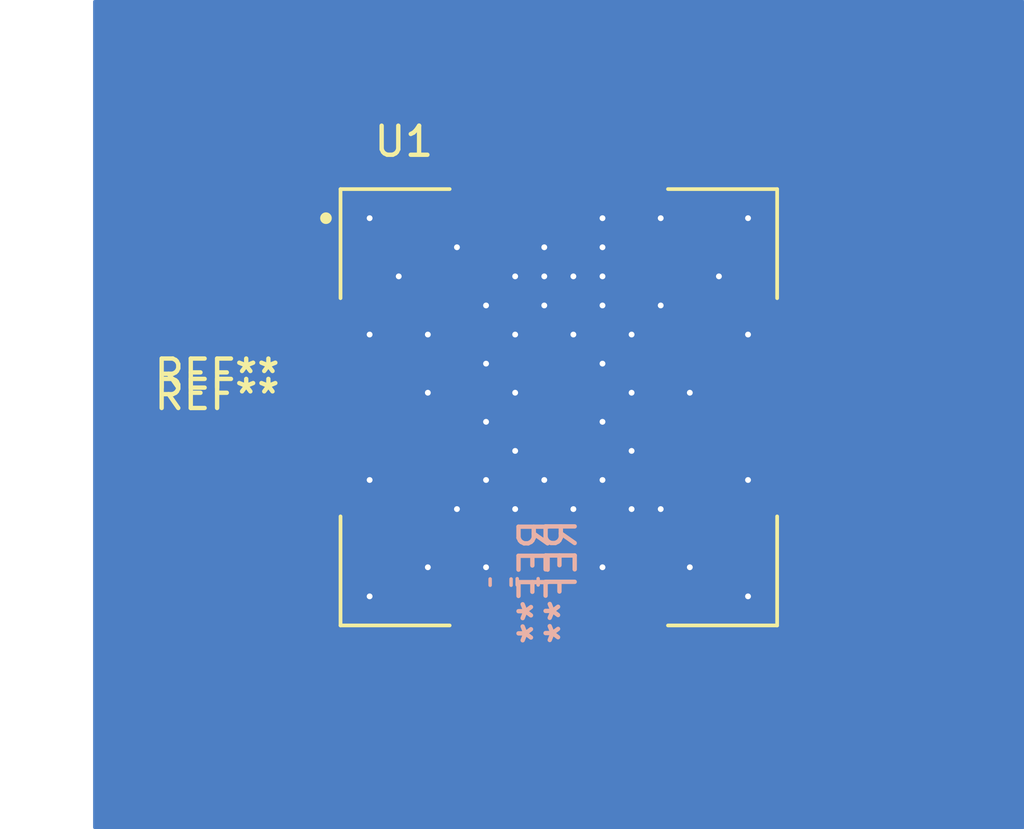
<source format=kicad_pcb>
(kicad_pcb (version 20241229) (generator "pcbnew") (generator_version "9.0")
  (layers (0 "F.Cu" signal) (2 "B.Cu" signal) (13 "F.Paste" user) (15 "B.Paste" user) (5 "F.SilkS" user "F.Silkscreen") (7 "B.SilkS" user "B.Silkscreen") (1 "F.Mask" user) (3 "B.Mask" user) (25 "Edge.Cuts" user))
  (net 0 "")
  (net 4 "unconnected-(U1E-IO_L22N_T3_34-PadL2)")
  (net 5 "GND")
  (net 7 "unconnected-(U1E-IO_L11N_T1_SRCC_34-PadC1)")
  (net 12 "unconnected-(U1E-IO_L10P_T1_34-PadE2)")
  (net 22 "unconnected-(U1E-IO_L15P_T2_DQS_34-PadJ2)")
  (net 23 "unconnected-(U1E-IO_L1N_T0_34-PadC3)")
  (net 25 "unconnected-(U1E-IO_L18N_T2_34-PadL1)")
  (net 26 "unconnected-(U1E-IO_L20N_T3_34-PadN1)")
  (net 33 "unconnected-(U1E-IO_L14N_T2_SRCC_34-PadH1)")
  (net 38 "unconnected-(U1E-IO_L5P_T0_34-PadB2)")
  (net 40 "unconnected-(U1E-IO_L5N_T0_34-PadB1)")
  (net 45 "unconnected-(U1E-IO_L14P_T2_SRCC_34-PadH2)")
  (net 50 "unconnected-(U1E-IO_L19N_T3_VREF_34-PadM2)")
  (net 52 "unconnected-(U1E-IO_L10N_T1_34-PadD2)")
  (net 63 "unconnected-(U1E-IO_L11P_T1_SRCC_34-PadD1)")
  (net 68 "unconnected-(U1E-IO_L18P_T2_34-PadM1)")
  (net 75 "unconnected-(U1E-IO_L15N_T2_DQS_34-PadJ1)")
  (net 89 "unconnected-(U1E-IO_L9N_T1_DQS_34-PadF1)")
  (net 99 "unconnected-(U1E-IO_L3N_T0_DQS_34-PadA2)")
  (net 101 "unconnected-(U1E-IO_L20P_T3_34-PadP2)")
  (net 105 "unconnected-(U1E-IO_L9P_T1_DQS_34-PadG1)")
  (net 111 "unconnected-(U1E-IO_L8N_T1_34-PadF2)")
  (net 116 "Net-(U1B-VCCINT-PadD6)")
  (net 117 "Net-(U1B-VCCBRAM-PadE5)")
  (net 118 "Net-(U1B-VCCO_34-PadG2)")
  (net 119 "Net-(U1B-VCCO_0-PadN6)")
  (net 120 "Net-(U1B-VCCAUX-PadF10)")
  (net 121 "Net-(U1B-VCCO_14-PadG13)")
  (footprint "Resistor_SMD:R_0201_0603Metric" (layer "F.Cu") (at 129.88 89.59)
    (property "Reference" "REF**" (at 0 -1.05 0) (layer "F.SilkS"))
    (property "Value" "R_0201_0603Metric")
    (pad "1" smd roundrect (at -0.32 0) (size 0.46 0.4) (layers "F.Cu" "F.Mask"))
    (pad "2" smd roundrect (at 0.32 0) (size 0.46 0.4) (layers "F.Cu" "F.Mask"))
  )
  (footprint "Resistor_SMD:R_0201_0603Metric" (layer "F.Cu") (at 129.88 88.89)
    (property "Reference" "REF**" (at 0 -1.05 0) (layer "F.SilkS"))
    (property "Value" "R_0201_0603Metric")
    (pad "1" smd roundrect (at -0.32 0) (size 0.46 0.4) (layers "F.Cu" "F.Mask"))
    (pad "2" smd roundrect (at 0.32 0) (size 0.46 0.4) (layers "F.Cu" "F.Mask"))
  )
  (footprint "0_lib:BGA196C100P14X14_1500X1500X155N" (layer "F.Cu") (at 141.62 88.97)
    (property "Reference" "U1" (at -5.325 -9.135 0) (layer "F.SilkS"))
    (property "Value" "~")
    (fp_line (start -7.5 -7.5) (end -7.5 -3.75) (stroke (width 0.127)) (layer "F.SilkS"))
    (fp_line (start -7.5 -7.5) (end -3.75 -7.5) (stroke (width 0.127)) (layer "F.SilkS"))
    (fp_line (start -7.5 7.5) (end -7.5 3.75) (stroke (width 0.127)) (layer "F.SilkS"))
    (fp_line (start -7.5 7.5) (end -3.75 7.5) (stroke (width 0.127)) (layer "F.SilkS"))
    (fp_line (start 7.5 -7.5) (end 3.75 -7.5) (stroke (width 0.127)) (layer "F.SilkS"))
    (fp_line (start 7.5 -7.5) (end 7.5 -3.75) (stroke (width 0.127)) (layer "F.SilkS"))
    (fp_line (start 7.5 7.5) (end 3.75 7.5) (stroke (width 0.127)) (layer "F.SilkS"))
    (fp_line (start 7.5 7.5) (end 7.5 3.75) (stroke (width 0.127)) (layer "F.SilkS"))
    (fp_circle (center -8 -6.5) (end -7.9 -6.5) (stroke (width 0.2)) (fill no) (layer "F.SilkS"))
    (pad "A1" smd circle (at -6.5 -6.5) (size 0.45 0.45) (layers "F.Cu" "F.Mask" "F.Paste") (net 5 "GND"))
    (pad "A2" smd circle (at -5.5 -6.5) (size 0.45 0.45) (layers "F.Cu" "F.Mask" "F.Paste") (net 99 "unconnected-(U1E-IO_L3N_T0_DQS_34-PadA2)"))
    (pad "A3" smd circle (at -4.5 -6.5) (size 0.45 0.45) (layers "F.Cu" "F.Mask" "F.Paste"))
    (pad "A4" smd circle (at -3.5 -6.5) (size 0.45 0.45) (layers "F.Cu" "F.Mask" "F.Paste"))
    (pad "A5" smd circle (at -2.5 -6.5) (size 0.45 0.45) (layers "F.Cu" "F.Mask" "F.Paste"))
    (pad "A6" smd circle (at -1.5 -6.5) (size 0.45 0.45) (layers "F.Cu" "F.Mask" "F.Paste"))
    (pad "A7" smd circle (at -0.5 -6.5) (size 0.45 0.45) (layers "F.Cu" "F.Mask" "F.Paste"))
    (pad "A8" smd circle (at 0.5 -6.5) (size 0.45 0.45) (layers "F.Cu" "F.Mask" "F.Paste"))
    (pad "A9" smd circle (at 1.5 -6.5) (size 0.45 0.45) (layers "F.Cu" "F.Mask" "F.Paste") (net 5 "GND"))
    (pad "A10" smd circle (at 2.5 -6.5) (size 0.45 0.45) (layers "F.Cu" "F.Mask" "F.Paste"))
    (pad "A11" smd circle (at 3.5 -6.5) (size 0.45 0.45) (layers "F.Cu" "F.Mask" "F.Paste") (net 5 "GND"))
    (pad "A12" smd circle (at 4.5 -6.5) (size 0.45 0.45) (layers "F.Cu" "F.Mask" "F.Paste"))
    (pad "A13" smd circle (at 5.5 -6.5) (size 0.45 0.45) (layers "F.Cu" "F.Mask" "F.Paste"))
    (pad "A14" smd circle (at 6.5 -6.5) (size 0.45 0.45) (layers "F.Cu" "F.Mask" "F.Paste") (net 5 "GND"))
    (pad "B1" smd circle (at -6.5 -5.5) (size 0.45 0.45) (layers "F.Cu" "F.Mask" "F.Paste") (net 40 "unconnected-(U1E-IO_L5N_T0_34-PadB1)"))
    (pad "B2" smd circle (at -5.5 -5.5) (size 0.45 0.45) (layers "F.Cu" "F.Mask" "F.Paste") (net 38 "unconnected-(U1E-IO_L5P_T0_34-PadB2)"))
    (pad "B3" smd circle (at -4.5 -5.5) (size 0.45 0.45) (layers "F.Cu" "F.Mask" "F.Paste"))
    (pad "B4" smd circle (at -3.5 -5.5) (size 0.45 0.45) (layers "F.Cu" "F.Mask" "F.Paste") (net 5 "GND"))
    (pad "B5" smd circle (at -2.5 -5.5) (size 0.45 0.45) (layers "F.Cu" "F.Mask" "F.Paste"))
    (pad "B6" smd circle (at -1.5 -5.5) (size 0.45 0.45) (layers "F.Cu" "F.Mask" "F.Paste"))
    (pad "B7" smd circle (at -0.5 -5.5) (size 0.45 0.45) (layers "F.Cu" "F.Mask" "F.Paste") (net 5 "GND"))
    (pad "B8" smd circle (at 0.5 -5.5) (size 0.45 0.45) (layers "F.Cu" "F.Mask" "F.Paste"))
    (pad "B9" smd circle (at 1.5 -5.5) (size 0.45 0.45) (layers "F.Cu" "F.Mask" "F.Paste") (net 5 "GND"))
    (pad "B10" smd circle (at 2.5 -5.5) (size 0.45 0.45) (layers "F.Cu" "F.Mask" "F.Paste"))
    (pad "B11" smd circle (at 3.5 -5.5) (size 0.45 0.45) (layers "F.Cu" "F.Mask" "F.Paste"))
    (pad "B12" smd circle (at 4.5 -5.5) (size 0.45 0.45) (layers "F.Cu" "F.Mask" "F.Paste"))
    (pad "B13" smd circle (at 5.5 -5.5) (size 0.45 0.45) (layers "F.Cu" "F.Mask" "F.Paste"))
    (pad "B14" smd circle (at 6.5 -5.5) (size 0.45 0.45) (layers "F.Cu" "F.Mask" "F.Paste"))
    (pad "C1" smd circle (at -6.5 -4.5) (size 0.45 0.45) (layers "F.Cu" "F.Mask" "F.Paste") (net 7 "unconnected-(U1E-IO_L11N_T1_SRCC_34-PadC1)"))
    (pad "C2" smd circle (at -5.5 -4.5) (size 0.45 0.45) (layers "F.Cu" "F.Mask" "F.Paste") (net 5 "GND"))
    (pad "C3" smd circle (at -4.5 -4.5) (size 0.45 0.45) (layers "F.Cu" "F.Mask" "F.Paste") (net 23 "unconnected-(U1E-IO_L1N_T0_34-PadC3)"))
    (pad "C4" smd circle (at -3.5 -4.5) (size 0.45 0.45) (layers "F.Cu" "F.Mask" "F.Paste"))
    (pad "C5" smd circle (at -2.5 -4.5) (size 0.45 0.45) (layers "F.Cu" "F.Mask" "F.Paste"))
    (pad "C6" smd circle (at -1.5 -4.5) (size 0.45 0.45) (layers "F.Cu" "F.Mask" "F.Paste") (net 5 "GND"))
    (pad "C7" smd circle (at -0.5 -4.5) (size 0.45 0.45) (layers "F.Cu" "F.Mask" "F.Paste") (net 5 "GND"))
    (pad "C8" smd circle (at 0.5 -4.5) (size 0.45 0.45) (layers "F.Cu" "F.Mask" "F.Paste") (net 5 "GND"))
    (pad "C9" smd circle (at 1.5 -4.5) (size 0.45 0.45) (layers "F.Cu" "F.Mask" "F.Paste") (net 5 "GND"))
    (pad "C10" smd circle (at 2.5 -4.5) (size 0.45 0.45) (layers "F.Cu" "F.Mask" "F.Paste"))
    (pad "C11" smd circle (at 3.5 -4.5) (size 0.45 0.45) (layers "F.Cu" "F.Mask" "F.Paste"))
    (pad "C12" smd circle (at 4.5 -4.5) (size 0.45 0.45) (layers "F.Cu" "F.Mask" "F.Paste"))
    (pad "C13" smd circle (at 5.5 -4.5) (size 0.45 0.45) (layers "F.Cu" "F.Mask" "F.Paste") (net 5 "GND"))
    (pad "C14" smd circle (at 6.5 -4.5) (size 0.45 0.45) (layers "F.Cu" "F.Mask" "F.Paste"))
    (pad "D1" smd circle (at -6.5 -3.5) (size 0.45 0.45) (layers "F.Cu" "F.Mask" "F.Paste") (net 63 "unconnected-(U1E-IO_L11P_T1_SRCC_34-PadD1)"))
    (pad "D2" smd circle (at -5.5 -3.5) (size 0.45 0.45) (layers "F.Cu" "F.Mask" "F.Paste") (net 52 "unconnected-(U1E-IO_L10N_T1_34-PadD2)"))
    (pad "D3" smd circle (at -4.5 -3.5) (size 0.45 0.45) (layers "F.Cu" "F.Mask" "F.Paste"))
    (pad "D4" smd circle (at -3.5 -3.5) (size 0.45 0.45) (layers "F.Cu" "F.Mask" "F.Paste"))
    (pad "D5" smd circle (at -2.5 -3.5) (size 0.45 0.45) (layers "F.Cu" "F.Mask" "F.Paste") (net 5 "GND"))
    (pad "D6" smd circle (at -1.5 -3.5) (size 0.45 0.45) (layers "F.Cu" "F.Mask" "F.Paste") (net 116 "Net-(U1B-VCCINT-PadD6)"))
    (pad "D7" smd circle (at -0.5 -3.5) (size 0.45 0.45) (layers "F.Cu" "F.Mask" "F.Paste") (net 5 "GND"))
    (pad "D8" smd circle (at 0.5 -3.5) (size 0.45 0.45) (layers "F.Cu" "F.Mask" "F.Paste") (net 116 "Net-(U1B-VCCINT-PadD6)"))
    (pad "D9" smd circle (at 1.5 -3.5) (size 0.45 0.45) (layers "F.Cu" "F.Mask" "F.Paste") (net 5 "GND"))
    (pad "D10" smd circle (at 2.5 -3.5) (size 0.45 0.45) (layers "F.Cu" "F.Mask" "F.Paste"))
    (pad "D11" smd circle (at 3.5 -3.5) (size 0.45 0.45) (layers "F.Cu" "F.Mask" "F.Paste") (net 5 "GND"))
    (pad "D12" smd circle (at 4.5 -3.5) (size 0.45 0.45) (layers "F.Cu" "F.Mask" "F.Paste"))
    (pad "D13" smd circle (at 5.5 -3.5) (size 0.45 0.45) (layers "F.Cu" "F.Mask" "F.Paste"))
    (pad "D14" smd circle (at 6.5 -3.5) (size 0.45 0.45) (layers "F.Cu" "F.Mask" "F.Paste"))
    (pad "E1" smd circle (at -6.5 -2.5) (size 0.45 0.45) (layers "F.Cu" "F.Mask" "F.Paste") (net 5 "GND"))
    (pad "E2" smd circle (at -5.5 -2.5) (size 0.45 0.45) (layers "F.Cu" "F.Mask" "F.Paste") (net 12 "unconnected-(U1E-IO_L10P_T1_34-PadE2)"))
    (pad "E3" smd circle (at -4.5 -2.5) (size 0.45 0.45) (layers "F.Cu" "F.Mask" "F.Paste") (net 5 "GND"))
    (pad "E4" smd circle (at -3.5 -2.5) (size 0.45 0.45) (layers "F.Cu" "F.Mask" "F.Paste"))
    (pad "E5" smd circle (at -2.5 -2.5) (size 0.45 0.45) (layers "F.Cu" "F.Mask" "F.Paste") (net 117 "Net-(U1B-VCCBRAM-PadE5)"))
    (pad "E6" smd circle (at -1.5 -2.5) (size 0.45 0.45) (layers "F.Cu" "F.Mask" "F.Paste") (net 5 "GND"))
    (pad "E7" smd circle (at -0.5 -2.5) (size 0.45 0.45) (layers "F.Cu" "F.Mask" "F.Paste") (net 116 "Net-(U1B-VCCINT-PadD6)"))
    (pad "E8" smd circle (at 0.5 -2.5) (size 0.45 0.45) (layers "F.Cu" "F.Mask" "F.Paste") (net 5 "GND"))
    (pad "E9" smd circle (at 1.5 -2.5) (size 0.45 0.45) (layers "F.Cu" "F.Mask" "F.Paste") (net 116 "Net-(U1B-VCCINT-PadD6)"))
    (pad "E10" smd circle (at 2.5 -2.5) (size 0.45 0.45) (layers "F.Cu" "F.Mask" "F.Paste") (net 5 "GND"))
    (pad "E11" smd circle (at 3.5 -2.5) (size 0.45 0.45) (layers "F.Cu" "F.Mask" "F.Paste"))
    (pad "E12" smd circle (at 4.5 -2.5) (size 0.45 0.45) (layers "F.Cu" "F.Mask" "F.Paste"))
    (pad "E13" smd circle (at 5.5 -2.5) (size 0.45 0.45) (layers "F.Cu" "F.Mask" "F.Paste"))
    (pad "E14" smd circle (at 6.5 -2.5) (size 0.45 0.45) (layers "F.Cu" "F.Mask" "F.Paste") (net 5 "GND"))
    (pad "F1" smd circle (at -6.5 -1.5) (size 0.45 0.45) (layers "F.Cu" "F.Mask" "F.Paste") (net 89 "unconnected-(U1E-IO_L9N_T1_DQS_34-PadF1)"))
    (pad "F2" smd circle (at -5.5 -1.5) (size 0.45 0.45) (layers "F.Cu" "F.Mask" "F.Paste") (net 111 "unconnected-(U1E-IO_L8N_T1_34-PadF2)"))
    (pad "F3" smd circle (at -4.5 -1.5) (size 0.45 0.45) (layers "F.Cu" "F.Mask" "F.Paste"))
    (pad "F4" smd circle (at -3.5 -1.5) (size 0.45 0.45) (layers "F.Cu" "F.Mask" "F.Paste"))
    (pad "F5" smd circle (at -2.5 -1.5) (size 0.45 0.45) (layers "F.Cu" "F.Mask" "F.Paste") (net 5 "GND"))
    (pad "F6" smd circle (at -1.5 -1.5) (size 0.45 0.45) (layers "F.Cu" "F.Mask" "F.Paste") (net 116 "Net-(U1B-VCCINT-PadD6)"))
    (pad "F7" smd circle (at -0.5 -1.5) (size 0.45 0.45) (layers "F.Cu" "F.Mask" "F.Paste"))
    (pad "F8" smd circle (at 0.5 -1.5) (size 0.45 0.45) (layers "F.Cu" "F.Mask" "F.Paste"))
    (pad "F9" smd circle (at 1.5 -1.5) (size 0.45 0.45) (layers "F.Cu" "F.Mask" "F.Paste") (net 5 "GND"))
    (pad "F10" smd circle (at 2.5 -1.5) (size 0.45 0.45) (layers "F.Cu" "F.Mask" "F.Paste") (net 120 "Net-(U1B-VCCAUX-PadF10)"))
    (pad "F11" smd circle (at 3.5 -1.5) (size 0.45 0.45) (layers "F.Cu" "F.Mask" "F.Paste"))
    (pad "F12" smd circle (at 4.5 -1.5) (size 0.45 0.45) (layers "F.Cu" "F.Mask" "F.Paste"))
    (pad "F13" smd circle (at 5.5 -1.5) (size 0.45 0.45) (layers "F.Cu" "F.Mask" "F.Paste"))
    (pad "F14" smd circle (at 6.5 -1.5) (size 0.45 0.45) (layers "F.Cu" "F.Mask" "F.Paste"))
    (pad "G1" smd circle (at -6.5 -0.5) (size 0.45 0.45) (layers "F.Cu" "F.Mask" "F.Paste") (net 105 "unconnected-(U1E-IO_L9P_T1_DQS_34-PadG1)"))
    (pad "G2" smd circle (at -5.5 -0.5) (size 0.45 0.45) (layers "F.Cu" "F.Mask" "F.Paste") (net 118 "Net-(U1B-VCCO_34-PadG2)"))
    (pad "G3" smd circle (at -4.5 -0.5) (size 0.45 0.45) (layers "F.Cu" "F.Mask" "F.Paste") (net 5 "GND"))
    (pad "G4" smd circle (at -3.5 -0.5) (size 0.45 0.45) (layers "F.Cu" "F.Mask" "F.Paste"))
    (pad "G5" smd circle (at -2.5 -0.5) (size 0.45 0.45) (layers "F.Cu" "F.Mask" "F.Paste") (net 117 "Net-(U1B-VCCBRAM-PadE5)"))
    (pad "G6" smd circle (at -1.5 -0.5) (size 0.45 0.45) (layers "F.Cu" "F.Mask" "F.Paste") (net 5 "GND"))
    (pad "G7" smd circle (at -0.5 -0.5) (size 0.45 0.45) (layers "F.Cu" "F.Mask" "F.Paste"))
    (pad "G8" smd circle (at 0.5 -0.5) (size 0.45 0.45) (layers "F.Cu" "F.Mask" "F.Paste"))
    (pad "G9" smd circle (at 1.5 -0.5) (size 0.45 0.45) (layers "F.Cu" "F.Mask" "F.Paste") (net 116 "Net-(U1B-VCCINT-PadD6)"))
    (pad "G10" smd circle (at 2.5 -0.5) (size 0.45 0.45) (layers "F.Cu" "F.Mask" "F.Paste") (net 5 "GND"))
    (pad "G11" smd circle (at 3.5 -0.5) (size 0.45 0.45) (layers "F.Cu" "F.Mask" "F.Paste"))
    (pad "G12" smd circle (at 4.5 -0.5) (size 0.45 0.45) (layers "F.Cu" "F.Mask" "F.Paste") (net 5 "GND"))
    (pad "G13" smd circle (at 5.5 -0.5) (size 0.45 0.45) (layers "F.Cu" "F.Mask" "F.Paste") (net 121 "Net-(U1B-VCCO_14-PadG13)"))
    (pad "G14" smd circle (at 6.5 -0.5) (size 0.45 0.45) (layers "F.Cu" "F.Mask" "F.Paste"))
    (pad "H1" smd circle (at -6.5 0.5) (size 0.45 0.45) (layers "F.Cu" "F.Mask" "F.Paste") (net 33 "unconnected-(U1E-IO_L14N_T2_SRCC_34-PadH1)"))
    (pad "H2" smd circle (at -5.5 0.5) (size 0.45 0.45) (layers "F.Cu" "F.Mask" "F.Paste") (net 45 "unconnected-(U1E-IO_L14P_T2_SRCC_34-PadH2)"))
    (pad "H3" smd circle (at -4.5 0.5) (size 0.45 0.45) (layers "F.Cu" "F.Mask" "F.Paste"))
    (pad "H4" smd circle (at -3.5 0.5) (size 0.45 0.45) (layers "F.Cu" "F.Mask" "F.Paste"))
    (pad "H5" smd circle (at -2.5 0.5) (size 0.45 0.45) (layers "F.Cu" "F.Mask" "F.Paste") (net 5 "GND"))
    (pad "H6" smd circle (at -1.5 0.5) (size 0.45 0.45) (layers "F.Cu" "F.Mask" "F.Paste") (net 116 "Net-(U1B-VCCINT-PadD6)"))
    (pad "H7" smd circle (at -0.5 0.5) (size 0.45 0.45) (layers "F.Cu" "F.Mask" "F.Paste"))
    (pad "H8" smd circle (at 0.5 0.5) (size 0.45 0.45) (layers "F.Cu" "F.Mask" "F.Paste"))
    (pad "H9" smd circle (at 1.5 0.5) (size 0.45 0.45) (layers "F.Cu" "F.Mask" "F.Paste") (net 5 "GND"))
    (pad "H10" smd circle (at 2.5 0.5) (size 0.45 0.45) (layers "F.Cu" "F.Mask" "F.Paste") (net 120 "Net-(U1B-VCCAUX-PadF10)"))
    (pad "H11" smd circle (at 3.5 0.5) (size 0.45 0.45) (layers "F.Cu" "F.Mask" "F.Paste"))
    (pad "H12" smd circle (at 4.5 0.5) (size 0.45 0.45) (layers "F.Cu" "F.Mask" "F.Paste"))
    (pad "H13" smd circle (at 5.5 0.5) (size 0.45 0.45) (layers "F.Cu" "F.Mask" "F.Paste"))
    (pad "H14" smd circle (at 6.5 0.5) (size 0.45 0.45) (layers "F.Cu" "F.Mask" "F.Paste"))
    (pad "J1" smd circle (at -6.5 1.5) (size 0.45 0.45) (layers "F.Cu" "F.Mask" "F.Paste") (net 75 "unconnected-(U1E-IO_L15N_T2_DQS_34-PadJ1)"))
    (pad "J2" smd circle (at -5.5 1.5) (size 0.45 0.45) (layers "F.Cu" "F.Mask" "F.Paste") (net 22 "unconnected-(U1E-IO_L15P_T2_DQS_34-PadJ2)"))
    (pad "J3" smd circle (at -4.5 1.5) (size 0.45 0.45) (layers "F.Cu" "F.Mask" "F.Paste"))
    (pad "J4" smd circle (at -3.5 1.5) (size 0.45 0.45) (layers "F.Cu" "F.Mask" "F.Paste"))
    (pad "J5" smd circle (at -2.5 1.5) (size 0.45 0.45) (layers "F.Cu" "F.Mask" "F.Paste") (net 117 "Net-(U1B-VCCBRAM-PadE5)"))
    (pad "J6" smd circle (at -1.5 1.5) (size 0.45 0.45) (layers "F.Cu" "F.Mask" "F.Paste") (net 5 "GND"))
    (pad "J7" smd circle (at -0.5 1.5) (size 0.45 0.45) (layers "F.Cu" "F.Mask" "F.Paste"))
    (pad "J8" smd circle (at 0.5 1.5) (size 0.45 0.45) (layers "F.Cu" "F.Mask" "F.Paste"))
    (pad "J9" smd circle (at 1.5 1.5) (size 0.45 0.45) (layers "F.Cu" "F.Mask" "F.Paste") (net 116 "Net-(U1B-VCCINT-PadD6)"))
    (pad "J10" smd circle (at 2.5 1.5) (size 0.45 0.45) (layers "F.Cu" "F.Mask" "F.Paste") (net 5 "GND"))
    (pad "J11" smd circle (at 3.5 1.5) (size 0.45 0.45) (layers "F.Cu" "F.Mask" "F.Paste"))
    (pad "J12" smd circle (at 4.5 1.5) (size 0.45 0.45) (layers "F.Cu" "F.Mask" "F.Paste"))
    (pad "J13" smd circle (at 5.5 1.5) (size 0.45 0.45) (layers "F.Cu" "F.Mask" "F.Paste"))
    (pad "J14" smd circle (at 6.5 1.5) (size 0.45 0.45) (layers "F.Cu" "F.Mask" "F.Paste"))
    (pad "K1" smd circle (at -6.5 2.5) (size 0.45 0.45) (layers "F.Cu" "F.Mask" "F.Paste") (net 5 "GND"))
    (pad "K2" smd circle (at -5.5 2.5) (size 0.45 0.45) (layers "F.Cu" "F.Mask" "F.Paste") (net 118 "Net-(U1B-VCCO_34-PadG2)"))
    (pad "K3" smd circle (at -4.5 2.5) (size 0.45 0.45) (layers "F.Cu" "F.Mask" "F.Paste"))
    (pad "K4" smd circle (at -3.5 2.5) (size 0.45 0.45) (layers "F.Cu" "F.Mask" "F.Paste"))
    (pad "K5" smd circle (at -2.5 2.5) (size 0.45 0.45) (layers "F.Cu" "F.Mask" "F.Paste") (net 5 "GND"))
    (pad "K6" smd circle (at -1.5 2.5) (size 0.45 0.45) (layers "F.Cu" "F.Mask" "F.Paste") (net 116 "Net-(U1B-VCCINT-PadD6)"))
    (pad "K7" smd circle (at -0.5 2.5) (size 0.45 0.45) (layers "F.Cu" "F.Mask" "F.Paste") (net 5 "GND"))
    (pad "K8" smd circle (at 0.5 2.5) (size 0.45 0.45) (layers "F.Cu" "F.Mask" "F.Paste") (net 116 "Net-(U1B-VCCINT-PadD6)"))
    (pad "K9" smd circle (at 1.5 2.5) (size 0.45 0.45) (layers "F.Cu" "F.Mask" "F.Paste") (net 5 "GND"))
    (pad "K10" smd circle (at 2.5 2.5) (size 0.45 0.45) (layers "F.Cu" "F.Mask" "F.Paste") (net 120 "Net-(U1B-VCCAUX-PadF10)"))
    (pad "K11" smd circle (at 3.5 2.5) (size 0.45 0.45) (layers "F.Cu" "F.Mask" "F.Paste"))
    (pad "K12" smd circle (at 4.5 2.5) (size 0.45 0.45) (layers "F.Cu" "F.Mask" "F.Paste"))
    (pad "K13" smd circle (at 5.5 2.5) (size 0.45 0.45) (layers "F.Cu" "F.Mask" "F.Paste") (net 121 "Net-(U1B-VCCO_14-PadG13)"))
    (pad "K14" smd circle (at 6.5 2.5) (size 0.45 0.45) (layers "F.Cu" "F.Mask" "F.Paste") (net 5 "GND"))
    (pad "L1" smd circle (at -6.5 3.5) (size 0.45 0.45) (layers "F.Cu" "F.Mask" "F.Paste") (net 25 "unconnected-(U1E-IO_L18N_T2_34-PadL1)"))
    (pad "L2" smd circle (at -5.5 3.5) (size 0.45 0.45) (layers "F.Cu" "F.Mask" "F.Paste") (net 4 "unconnected-(U1E-IO_L22N_T3_34-PadL2)"))
    (pad "L3" smd circle (at -4.5 3.5) (size 0.45 0.45) (layers "F.Cu" "F.Mask" "F.Paste"))
    (pad "L4" smd circle (at -3.5 3.5) (size 0.45 0.45) (layers "F.Cu" "F.Mask" "F.Paste") (net 5 "GND"))
    (pad "L5" smd circle (at -2.5 3.5) (size 0.45 0.45) (layers "F.Cu" "F.Mask" "F.Paste"))
    (pad "L6" smd circle (at -1.5 3.5) (size 0.45 0.45) (layers "F.Cu" "F.Mask" "F.Paste") (net 5 "GND"))
    (pad "L7" smd circle (at -0.5 3.5) (size 0.45 0.45) (layers "F.Cu" "F.Mask" "F.Paste"))
    (pad "L8" smd circle (at 0.5 3.5) (size 0.45 0.45) (layers "F.Cu" "F.Mask" "F.Paste") (net 5 "GND"))
    (pad "L9" smd circle (at 1.5 3.5) (size 0.45 0.45) (layers "F.Cu" "F.Mask" "F.Paste") (net 120 "Net-(U1B-VCCAUX-PadF10)"))
    (pad "L10" smd circle (at 2.5 3.5) (size 0.45 0.45) (layers "F.Cu" "F.Mask" "F.Paste") (net 5 "GND"))
    (pad "L11" smd circle (at 3.5 3.5) (size 0.45 0.45) (layers "F.Cu" "F.Mask" "F.Paste") (net 5 "GND"))
    (pad "L12" smd circle (at 4.5 3.5) (size 0.45 0.45) (layers "F.Cu" "F.Mask" "F.Paste"))
    (pad "L13" smd circle (at 5.5 3.5) (size 0.45 0.45) (layers "F.Cu" "F.Mask" "F.Paste"))
    (pad "L14" smd circle (at 6.5 3.5) (size 0.45 0.45) (layers "F.Cu" "F.Mask" "F.Paste"))
    (pad "M1" smd circle (at -6.5 4.5) (size 0.45 0.45) (layers "F.Cu" "F.Mask" "F.Paste") (net 68 "unconnected-(U1E-IO_L18P_T2_34-PadM1)"))
    (pad "M2" smd circle (at -5.5 4.5) (size 0.45 0.45) (layers "F.Cu" "F.Mask" "F.Paste") (net 50 "unconnected-(U1E-IO_L19N_T3_VREF_34-PadM2)"))
    (pad "M3" smd circle (at -4.5 4.5) (size 0.45 0.45) (layers "F.Cu" "F.Mask" "F.Paste"))
    (pad "M4" smd circle (at -3.5 4.5) (size 0.45 0.45) (layers "F.Cu" "F.Mask" "F.Paste"))
    (pad "M5" smd circle (at -2.5 4.5) (size 0.45 0.45) (layers "F.Cu" "F.Mask" "F.Paste"))
    (pad "M6" smd circle (at -1.5 4.5) (size 0.45 0.45) (layers "F.Cu" "F.Mask" "F.Paste"))
    (pad "M7" smd circle (at -0.5 4.5) (size 0.45 0.45) (layers "F.Cu" "F.Mask" "F.Paste"))
    (pad "M8" smd circle (at 0.5 4.5) (size 0.45 0.45) (layers "F.Cu" "F.Mask" "F.Paste"))
    (pad "M9" smd circle (at 1.5 4.5) (size 0.45 0.45) (layers "F.Cu" "F.Mask" "F.Paste"))
    (pad "M10" smd circle (at 2.5 4.5) (size 0.45 0.45) (layers "F.Cu" "F.Mask" "F.Paste"))
    (pad "M11" smd circle (at 3.5 4.5) (size 0.45 0.45) (layers "F.Cu" "F.Mask" "F.Paste"))
    (pad "M12" smd circle (at 4.5 4.5) (size 0.45 0.45) (layers "F.Cu" "F.Mask" "F.Paste"))
    (pad "M13" smd circle (at 5.5 4.5) (size 0.45 0.45) (layers "F.Cu" "F.Mask" "F.Paste"))
    (pad "M14" smd circle (at 6.5 4.5) (size 0.45 0.45) (layers "F.Cu" "F.Mask" "F.Paste"))
    (pad "N1" smd circle (at -6.5 5.5) (size 0.45 0.45) (layers "F.Cu" "F.Mask" "F.Paste") (net 26 "unconnected-(U1E-IO_L20N_T3_34-PadN1)"))
    (pad "N2" smd circle (at -5.5 5.5) (size 0.45 0.45) (layers "F.Cu" "F.Mask" "F.Paste") (net 118 "Net-(U1B-VCCO_34-PadG2)"))
    (pad "N3" smd circle (at -4.5 5.5) (size 0.45 0.45) (layers "F.Cu" "F.Mask" "F.Paste") (net 5 "GND"))
    (pad "N4" smd circle (at -3.5 5.5) (size 0.45 0.45) (layers "F.Cu" "F.Mask" "F.Paste"))
    (pad "N5" smd circle (at -2.5 5.5) (size 0.45 0.45) (layers "F.Cu" "F.Mask" "F.Paste") (net 5 "GND"))
    (pad "N6" smd circle (at -1.5 5.5) (size 0.45 0.45) (layers "F.Cu" "F.Mask" "F.Paste") (net 119 "Net-(U1B-VCCO_0-PadN6)"))
    (pad "N7" smd circle (at -0.5 5.5) (size 0.45 0.45) (layers "F.Cu" "F.Mask" "F.Paste"))
    (pad "N8" smd circle (at 0.5 5.5) (size 0.45 0.45) (layers "F.Cu" "F.Mask" "F.Paste") (net 119 "Net-(U1B-VCCO_0-PadN6)"))
    (pad "N9" smd circle (at 1.5 5.5) (size 0.45 0.45) (layers "F.Cu" "F.Mask" "F.Paste") (net 5 "GND"))
    (pad "N10" smd circle (at 2.5 5.5) (size 0.45 0.45) (layers "F.Cu" "F.Mask" "F.Paste"))
    (pad "N11" smd circle (at 3.5 5.5) (size 0.45 0.45) (layers "F.Cu" "F.Mask" "F.Paste"))
    (pad "N12" smd circle (at 4.5 5.5) (size 0.45 0.45) (layers "F.Cu" "F.Mask" "F.Paste") (net 5 "GND"))
    (pad "N13" smd circle (at 5.5 5.5) (size 0.45 0.45) (layers "F.Cu" "F.Mask" "F.Paste") (net 121 "Net-(U1B-VCCO_14-PadG13)"))
    (pad "N14" smd circle (at 6.5 5.5) (size 0.45 0.45) (layers "F.Cu" "F.Mask" "F.Paste"))
    (pad "P1" smd circle (at -6.5 6.5) (size 0.45 0.45) (layers "F.Cu" "F.Mask" "F.Paste") (net 5 "GND"))
    (pad "P2" smd circle (at -5.5 6.5) (size 0.45 0.45) (layers "F.Cu" "F.Mask" "F.Paste") (net 101 "unconnected-(U1E-IO_L20P_T3_34-PadP2)"))
    (pad "P3" smd circle (at -4.5 6.5) (size 0.45 0.45) (layers "F.Cu" "F.Mask" "F.Paste"))
    (pad "P4" smd circle (at -3.5 6.5) (size 0.45 0.45) (layers "F.Cu" "F.Mask" "F.Paste"))
    (pad "P5" smd circle (at -2.5 6.5) (size 0.45 0.45) (layers "F.Cu" "F.Mask" "F.Paste"))
    (pad "P6" smd circle (at -1.5 6.5) (size 0.45 0.45) (layers "F.Cu" "F.Mask" "F.Paste"))
    (pad "P7" smd circle (at -0.5 6.5) (size 0.45 0.45) (layers "F.Cu" "F.Mask" "F.Paste"))
    (pad "P8" smd circle (at 0.5 6.5) (size 0.45 0.45) (layers "F.Cu" "F.Mask" "F.Paste"))
    (pad "P9" smd circle (at 1.5 6.5) (size 0.45 0.45) (layers "F.Cu" "F.Mask" "F.Paste"))
    (pad "P10" smd circle (at 2.5 6.5) (size 0.45 0.45) (layers "F.Cu" "F.Mask" "F.Paste"))
    (pad "P11" smd circle (at 3.5 6.5) (size 0.45 0.45) (layers "F.Cu" "F.Mask" "F.Paste"))
    (pad "P12" smd circle (at 4.5 6.5) (size 0.45 0.45) (layers "F.Cu" "F.Mask" "F.Paste"))
    (pad "P13" smd circle (at 5.5 6.5) (size 0.45 0.45) (layers "F.Cu" "F.Mask" "F.Paste"))
    (pad "P14" smd circle (at 6.5 6.5) (size 0.45 0.45) (layers "F.Cu" "F.Mask" "F.Paste") (net 5 "GND"))
  )
  (footprint "Capacitor_SMD:C_0402_1005Metric" (layer "B.Cu") (at 139.62 94.98 90)
    (property "Reference" "REF**" (at 0 1.16 90) (layer "B.SilkS") (effects (justify mirror)))
    (property "Value" "C_0402_1005Metric")
    (fp_line (start -0.107836 -0.36) (end 0.107836 -0.36) (stroke (width 0.12)) (layer "B.SilkS"))
    (fp_line (start -0.107836 0.36) (end 0.107836 0.36) (stroke (width 0.12)) (layer "B.SilkS"))
    (pad "1" smd roundrect (at -0.48 0 90) (size 0.56 0.62) (layers "B.Cu" "B.Mask" "B.Paste"))
    (pad "2" smd roundrect (at 0.48 0 90) (size 0.56 0.62) (layers "B.Cu" "B.Mask" "B.Paste"))
  )
  (footprint "Capacitor_SMD:C_0402_1005Metric" (layer "B.Cu") (at 140.55 94.97 90)
    (property "Reference" "REF**" (at 0 1.16 90) (layer "B.SilkS") (effects (justify mirror)))
    (property "Value" "C_0402_1005Metric")
    (fp_line (start -0.107836 -0.36) (end 0.107836 -0.36) (stroke (width 0.12)) (layer "B.SilkS"))
    (fp_line (start -0.107836 0.36) (end 0.107836 0.36) (stroke (width 0.12)) (layer "B.SilkS"))
    (pad "1" smd roundrect (at -0.48 0 90) (size 0.56 0.62) (layers "B.Cu" "B.Mask" "B.Paste"))
    (pad "2" smd roundrect (at 0.48 0 90) (size 0.56 0.62) (layers "B.Cu" "B.Mask" "B.Paste"))
  )
  (segment (start 135.596 92.994) (end 133.106 92.994) (width 0.1) (layer "F.Cu") (net 4))
  (segment (start 133.106 92.994) (end 133.04 93.06) (width 0.1) (layer "F.Cu") (net 4))
  (segment (start 136.12 92.47) (end 135.596 92.994) (width 0.1) (layer "F.Cu") (net 4))
  (via (at 142.12 92.47) (size 0.35) (drill 0.2) (layers "F.Cu" "B.Cu") (net 5))
  (via (at 142.12 84.47) (size 0.35) (drill 0.2) (layers "F.Cu" "B.Cu") (net 5))
  (via (at 143.12 89.47) (size 0.35) (drill 0.2) (layers "F.Cu" "B.Cu") (net 5))
  (via (at 140.12 90.47) (size 0.35) (drill 0.2) (layers "F.Cu" "B.Cu") (net 5))
  (via (at 139.12 89.47) (size 0.35) (drill 0.2) (layers "F.Cu" "B.Cu") (net 5))
  (via (at 142.12 86.47) (size 0.35) (drill 0.2) (layers "F.Cu" "B.Cu") (net 5))
  (via (at 143.12 94.47) (size 0.35) (drill 0.2) (layers "F.Cu" "B.Cu") (net 5))
  (via (at 144.12 86.47) (size 0.35) (drill 0.2) (layers "F.Cu" "B.Cu") (net 5))
  (via (at 146.12 88.47) (size 0.35) (drill 0.2) (layers "F.Cu" "B.Cu") (net 5))
  (via (at 135.12 91.47) (size 0.35) (drill 0.2) (layers "F.Cu" "B.Cu") (net 5))
  (via (at 143.12 87.47) (size 0.35) (drill 0.2) (layers "F.Cu" "B.Cu") (net 5))
  (via (at 138.12 83.47) (size 0.35) (drill 0.2) (layers "F.Cu" "B.Cu") (net 5))
  (via (at 139.12 94.47) (size 0.35) (drill 0.2) (layers "F.Cu" "B.Cu") (net 5))
  (via (at 143.12 84.47) (size 0.35) (drill 0.2) (layers "F.Cu" "B.Cu") (net 5))
  (via (at 148.12 91.47) (size 0.35) (drill 0.2) (layers "F.Cu" "B.Cu") (net 5))
  (via (at 137.12 86.47) (size 0.35) (drill 0.2) (layers "F.Cu" "B.Cu") (net 5))
  (via (at 144.12 90.47) (size 0.35) (drill 0.2) (layers "F.Cu" "B.Cu") (net 5))
  (via (at 140.12 92.47) (size 0.35) (drill 0.2) (layers "F.Cu" "B.Cu") (net 5))
  (via (at 147.12 84.47) (size 0.35) (drill 0.2) (layers "F.Cu" "B.Cu") (net 5))
  (via (at 136.12 84.47) (size 0.35) (drill 0.2) (layers "F.Cu" "B.Cu") (net 5))
  (via (at 148.12 86.47) (size 0.35) (drill 0.2) (layers "F.Cu" "B.Cu") (net 5))
  (via (at 145.12 92.47) (size 0.35) (drill 0.2) (layers "F.Cu" "B.Cu") (net 5))
  (via (at 140.12 84.47) (size 0.35) (drill 0.2) (layers "F.Cu" "B.Cu") (net 5))
  (via (at 139.12 85.47) (size 0.35) (drill 0.2) (layers "F.Cu" "B.Cu") (net 5))
  (via (at 138.12 92.47) (size 0.35) (drill 0.2) (layers "F.Cu" "B.Cu") (net 5))
  (via (at 144.12 88.47) (size 0.35) (drill 0.2) (layers "F.Cu" "B.Cu") (net 5))
  (via (at 137.12 88.47) (size 0.35) (drill 0.2) (layers "F.Cu" "B.Cu") (net 5))
  (via (at 148.12 95.47) (size 0.35) (drill 0.2) (layers "F.Cu" "B.Cu") (net 5))
  (via (at 143.12 85.47) (size 0.35) (drill 0.2) (layers "F.Cu" "B.Cu") (net 5))
  (via (at 139.12 91.47) (size 0.35) (drill 0.2) (layers "F.Cu" "B.Cu") (net 5))
  (via (at 135.12 95.47) (size 0.35) (drill 0.2) (layers "F.Cu" "B.Cu") (net 5))
  (via (at 137.12 94.47) (size 0.35) (drill 0.2) (layers "F.Cu" "B.Cu") (net 5))
  (via (at 141.12 91.47) (size 0.35) (drill 0.2) (layers "F.Cu" "B.Cu") (net 5))
  (via (at 141.12 83.47) (size 0.35) (drill 0.2) (layers "F.Cu" "B.Cu") (net 5))
  (via (at 135.12 82.47) (size 0.35) (drill 0.2) (layers "F.Cu" "B.Cu") (net 5))
  (via (at 143.12 82.47) (size 0.35) (drill 0.2) (layers "F.Cu" "B.Cu") (net 5))
  (via (at 139.12 87.47) (size 0.35) (drill 0.2) (layers "F.Cu" "B.Cu") (net 5))
  (via (at 144.12 92.47) (size 0.35) (drill 0.2) (layers "F.Cu" "B.Cu") (net 5))
  (via (at 140.12 88.47) (size 0.35) (drill 0.2) (layers "F.Cu" "B.Cu") (net 5))
  (via (at 143.12 83.47) (size 0.35) (drill 0.2) (layers "F.Cu" "B.Cu") (net 5))
  (via (at 146.12 94.47) (size 0.35) (drill 0.2) (layers "F.Cu" "B.Cu") (net 5))
  (via (at 135.12 86.47) (size 0.35) (drill 0.2) (layers "F.Cu" "B.Cu") (net 5))
  (via (at 140.12 86.47) (size 0.35) (drill 0.2) (layers "F.Cu" "B.Cu") (net 5))
  (via (at 145.12 85.47) (size 0.35) (drill 0.2) (layers "F.Cu" "B.Cu") (net 5))
  (via (at 143.12 91.47) (size 0.35) (drill 0.2) (layers "F.Cu" "B.Cu") (net 5))
  (via (at 141.12 85.47) (size 0.35) (drill 0.2) (layers "F.Cu" "B.Cu") (net 5))
  (via (at 141.12 84.47) (size 0.35) (drill 0.2) (layers "F.Cu" "B.Cu") (net 5))
  (via (at 145.12 82.47) (size 0.35) (drill 0.2) (layers "F.Cu" "B.Cu") (net 5))
  (via (at 148.12 82.47) (size 0.35) (drill 0.2) (layers "F.Cu" "B.Cu") (net 5))
  (segment (start 132.55 84.47) (end 132.54 84.48) (width 0.1) (layer "F.Cu") (net 7))
  (segment (start 135.12 84.47) (end 132.55 84.47) (width 0.1) (layer "F.Cu") (net 7))
  (segment (start 135.596 86.994) (end 132.314 86.994) (width 0.1) (layer "F.Cu") (net 12))
  (segment (start 136.12 86.47) (end 135.596 86.994) (width 0.1) (layer "F.Cu") (net 12))
  (segment (start 132.314 86.994) (end 132.29 86.97) (width 0.1) (layer "F.Cu") (net 12))
  (segment (start 135.596 90.994) (end 133.7 90.994) (width 0.1) (layer "F.Cu") (net 22))
  (segment (start 136.12 90.47) (end 135.596 90.994) (width 0.1) (layer "F.Cu") (net 22))
  (segment (start 132.476 84.946) (end 132.44 84.91) (width 0.1) (layer "F.Cu") (net 23))
  (segment (start 137.12 84.47) (end 136.644 84.946) (width 0.1) (layer "F.Cu") (net 23))
  (segment (start 136.644 84.946) (end 132.476 84.946) (width 0.1) (layer "F.Cu") (net 23))
  (segment (start 132.97 92.47) (end 132.93 92.51) (width 0.1) (layer "F.Cu") (net 25))
  (segment (start 135.12 92.47) (end 132.97 92.47) (width 0.1) (layer "F.Cu") (net 25))
  (segment (start 135.12 94.47) (end 133.14 94.47) (width 0.1) (layer "F.Cu") (net 26))
  (segment (start 135.12 89.47) (end 132.56 89.47) (width 0.1) (layer "F.Cu") (net 33))
  (segment (start 132.56 89.47) (end 132.55 89.46) (width 0.1) (layer "F.Cu") (net 33))
  (segment (start 132.56 89.47) (end 132.03 89.47) (width 0.1) (layer "F.Cu") (net 33))
  (segment (start 135.644 83.946) (end 132.486 83.946) (width 0.1) (layer "F.Cu") (net 38))
  (segment (start 132.486 83.946) (end 132.48 83.94) (width 0.1) (layer "F.Cu") (net 38))
  (segment (start 136.12 83.47) (end 135.644 83.946) (width 0.1) (layer "F.Cu") (net 38))
  (segment (start 132.78 83.47) (end 132.76 83.49) (width 0.1) (layer "F.Cu") (net 40))
  (segment (start 135.12 83.47) (end 132.78 83.47) (width 0.1) (layer "F.Cu") (net 40))
  (segment (start 132.29 90.51) (end 131.501 90.51) (width 0.1) (layer "F.Cu") (net 45))
  (segment (start 132.886 89.946) (end 132.87 89.93) (width 0.1) (layer "F.Cu") (net 45))
  (segment (start 136.12 89.47) (end 135.644 89.946) (width 0.1) (layer "F.Cu") (net 45))
  (segment (start 135.644 89.946) (end 132.886 89.946) (width 0.1) (layer "F.Cu") (net 45))
  (segment (start 132.87 89.93) (end 132.29 90.51) (width 0.1) (layer "F.Cu") (net 45))
  (segment (start 136.12 93.47) (end 135.64 93.95) (width 0.1) (layer "F.Cu") (net 50))
  (segment (start 135.64 93.95) (end 132.86 93.95) (width 0.1) (layer "F.Cu") (net 50))
  (segment (start 133.214 85.946) (end 133.18 85.98) (width 0.1) (layer "F.Cu") (net 52))
  (segment (start 135.644 85.946) (end 133.214 85.946) (width 0.1) (layer "F.Cu") (net 52))
  (segment (start 136.12 85.47) (end 135.644 85.946) (width 0.1) (layer "F.Cu") (net 52))
  (segment (start 135.12 85.47) (end 132.42 85.47) (width 0.1) (layer "F.Cu") (net 63))
  (segment (start 132.42 85.47) (end 132.37 85.52) (width 0.1) (layer "F.Cu") (net 63))
  (segment (start 135.12 93.47) (end 132.94 93.47) (width 0.1) (layer "F.Cu") (net 68))
  (segment (start 132.94 93.47) (end 132.92 93.45) (width 0.1) (layer "F.Cu") (net 68))
  (segment (start 133.83 90.47) (end 133.78 90.52) (width 0.1) (layer "F.Cu") (net 75))
  (segment (start 135.12 90.47) (end 133.83 90.47) (width 0.1) (layer "F.Cu") (net 75))
  (segment (start 135.12 87.47) (end 133.05 87.47) (width 0.1) (layer "F.Cu") (net 89))
  (segment (start 133.05 87.47) (end 132.83 87.69) (width 0.1) (layer "F.Cu") (net 89))
  (segment (start 136.12 82.47) (end 135.644 82.946) (width 0.1) (layer "F.Cu") (net 99))
  (segment (start 135.644 82.946) (end 132.586 82.946) (width 0.1) (layer "F.Cu") (net 99))
  (segment (start 132.586 82.946) (end 132.54 82.9) (width 0.1) (layer "F.Cu") (net 99))
  (segment (start 135.644 95.946) (end 133.156 95.946) (width 0.1) (layer "F.Cu") (net 101))
  (segment (start 133.156 95.946) (end 133.09 95.88) (width 0.1) (layer "F.Cu") (net 101))
  (segment (start 136.12 95.47) (end 135.644 95.946) (width 0.1) (layer "F.Cu") (net 101))
  (segment (start 135.12 88.47) (end 132.66 88.47) (width 0.1) (layer "F.Cu") (net 105))
  (segment (start 132.66 88.47) (end 132.65 88.48) (width 0.1) (layer "F.Cu") (net 105))
  (segment (start 135.599 87.991) (end 132.019 87.991) (width 0.1) (layer "F.Cu") (net 111))
  (segment (start 132.019 87.991) (end 131.95 88.06) (width 0.1) (layer "F.Cu") (net 111))
  (segment (start 136.12 87.47) (end 135.599 87.991) (width 0.1) (layer "F.Cu") (net 111))
  (segment (start 136.12 88.47) (end 135.644 88.946) (width 0.1) (layer "F.Cu") (net 118))
  (segment (start 135.63 91.96) (end 133.27 91.96) (width 0.1) (layer "F.Cu") (net 118))
  (segment (start 132.796 88.946) (end 132.71 88.86) (width 0.1) (layer "F.Cu") (net 118))
  (segment (start 136.12 94.47) (end 135.644 94.946) (width 0.1) (layer "F.Cu") (net 118))
  (segment (start 135.644 88.946) (end 132.796 88.946) (width 0.1) (layer "F.Cu") (net 118))
  (segment (start 136.12 91.47) (end 135.63 91.96) (width 0.1) (layer "F.Cu") (net 118))
  (segment (start 135.644 94.946) (end 133.126 94.946) (width 0.1) (layer "F.Cu") (net 118))
  (segment (start 133.126 94.946) (end 133.12 94.94) (width 0.1) (layer "F.Cu") (net 118))
  (zone (net 5) (net_name "GND") (layer "B.Cu") (connect_pads yes (clearance 0.1)) (min_thickness 0.1) (fill yes (thermal_gap 0.5) (thermal_bridge_width 0.5))
    (polygon (pts (xy 125.62 74.97) (xy 157.62 74.97) (xy 157.62 103.47) (xy 125.62 103.47)))
  )
)
</source>
